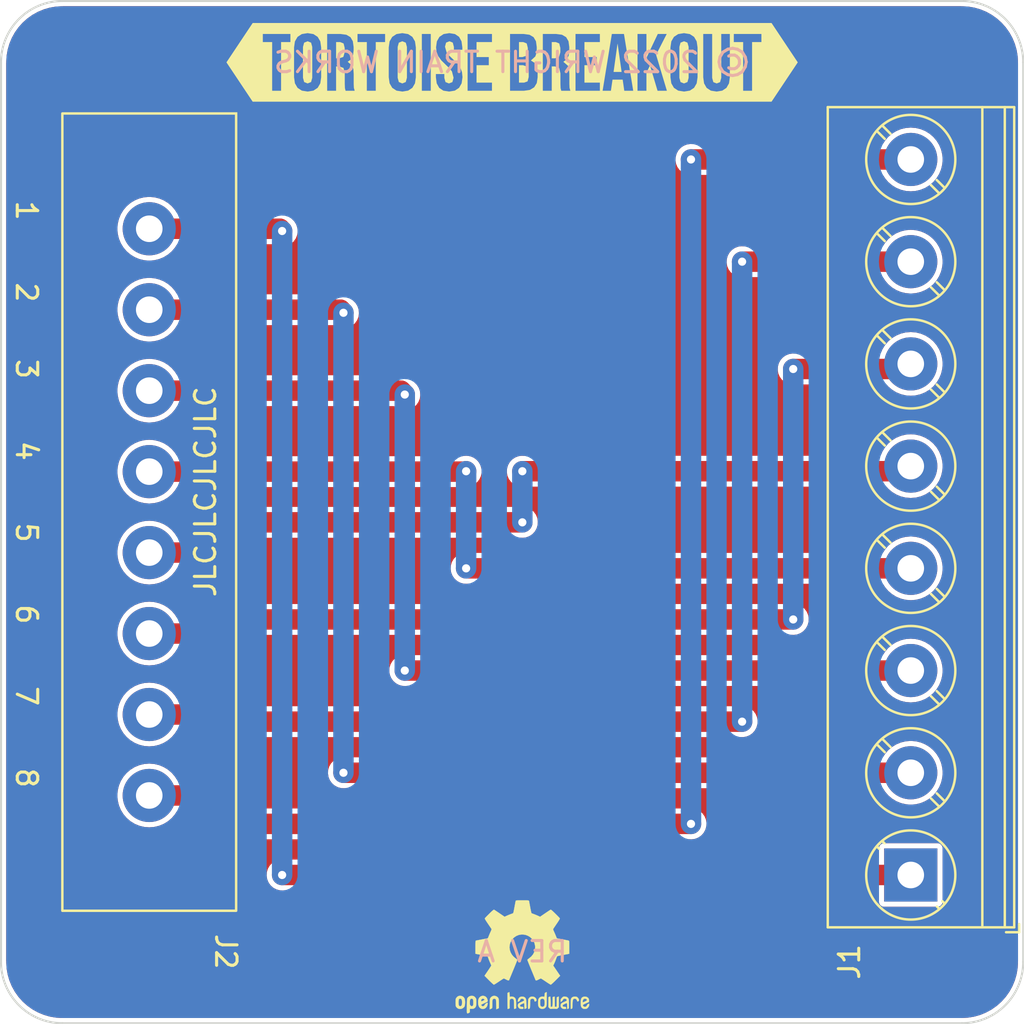
<source format=kicad_pcb>
(kicad_pcb (version 20211014) (generator pcbnew)
  (title_block (title "Tortoise Breakout Board RJ-45") (date "2022-02-12") (rev "A") (company "Wright Train Works"))
  (layers (0 "F.Cu" signal) (31 "B.Cu" signal) (34 "B.Paste" user) (35 "F.Paste" user) (36 "B.SilkS" user "B.Silkscreen") (37 "F.SilkS" user "F.Silkscreen") (38 "B.Mask" user) (39 "F.Mask" user) (44 "Edge.Cuts" user))
  (net 0 "")
  (net 1 "Net-(J1-Pad1)")
  (net 2 "Net-(J1-Pad2)")
  (net 3 "Net-(J1-Pad3)")
  (net 4 "Net-(J1-Pad4)")
  (net 5 "Net-(J1-Pad5)")
  (net 6 "Net-(J1-Pad6)")
  (net 7 "Net-(J1-Pad7)")
  (net 8 "Net-(J1-Pad8)")
  (footprint "EBM08DSXN:EBM08DSXN" (layer "F.Cu") (at 129.625 102.75 -90)
    (fp_text reference "J2" (at 21.5 -3.75 -90 unlocked) (layer "F.SilkS"))
    (fp_text value "Conn_01x08" hide)
    (fp_rect (start -19.5 -4.25) (end 19.5 4.25) (layer "F.SilkS") (width 0.12) (fill none))
    (pad "1" thru_hole circle (at -13.86 0 270) (size 2.6 2.6) (drill 1.3) (layers *.Cu *.Mask) (net 1 "Net-(J1-Pad1)"))
    (pad "2" thru_hole circle (at -9.9 0 270) (size 2.6 2.6) (drill 1.3) (layers *.Cu *.Mask) (net 2 "Net-(J1-Pad2)"))
    (pad "3" thru_hole circle (at -5.94 0 270) (size 2.6 2.6) (drill 1.3) (layers *.Cu *.Mask) (net 3 "Net-(J1-Pad3)"))
    (pad "4" thru_hole circle (at -1.98 0 270) (size 2.6 2.6) (drill 1.3) (layers *.Cu *.Mask) (net 4 "Net-(J1-Pad4)"))
    (pad "5" thru_hole circle (at 1.98 0 270) (size 2.6 2.6) (drill 1.3) (layers *.Cu *.Mask) (net 5 "Net-(J1-Pad5)"))
    (pad "6" thru_hole circle (at 5.94 0 270) (size 2.6 2.6) (drill 1.3) (layers *.Cu *.Mask) (net 6 "Net-(J1-Pad6)"))
    (pad "7" thru_hole circle (at 9.9 0 270) (size 2.6 2.6) (drill 1.3) (layers *.Cu *.Mask) (net 7 "Net-(J1-Pad7)"))
    (pad "8" thru_hole circle (at 13.86 0 270) (size 2.6 2.6) (drill 1.3) (layers *.Cu *.Mask) (net 8 "Net-(J1-Pad8)"))
  )
  (footprint "TerminalBlock_Phoenix:TerminalBlock_Phoenix_PT-1,5-8-5.0-H_1x08_P5.00mm_Horizontal" (layer "F.Cu") (at 166.875 120.5 90)
    (fp_text reference "J1" (at -4.25 -3 90) (layer "F.SilkS"))
    (fp_text value "Conn_01x08" hide)
    (fp_line (start 1.654 -1.388) (end 1.547 -1.281) (layer "F.SilkS") (width 0.12))
    (fp_line (start 8.993 1.274) (end 8.613 1.654) (layer "F.SilkS") (width 0.12))
    (fp_line (start -1.548 1.281) (end -1.654 1.388) (layer "F.SilkS") (width 0.12))
    (fp_line (start -2.56 -4.06) (end -2.56 5.06) (layer "F.SilkS") (width 0.12))
    (fp_line (start 36.388 -1.654) (end 36.008 -1.274) (layer "F.SilkS") (width 0.12))
    (fp_line (start 8.742 0.992) (end 8.347 1.388) (layer "F.SilkS") (width 0.12))
    (fp_line (start 37.56 -4.06) (end 37.56 5.06) (layer "F.SilkS") (width 0.12))
    (fp_line (start 3.742 0.992) (end 3.347 1.388) (layer "F.SilkS") (width 0.12))
    (fp_line (start 6.654 -1.388) (end 6.259 -0.992) (layer "F.SilkS") (width 0.12))
    (fp_line (start 23.993 1.274) (end 23.613 1.654) (layer "F.SilkS") (width 0.12))
    (fp_line (start -1.282 1.547) (end -1.388 1.654) (layer "F.SilkS") (width 0.12))
    (fp_line (start 11.654 -1.388) (end 11.259 -0.992) (layer "F.SilkS") (width 0.12))
    (fp_line (start 13.742 0.992) (end 13.347 1.388) (layer "F.SilkS") (width 0.12))
    (fp_line (start 33.993 1.274) (end 33.613 1.654) (layer "F.SilkS") (width 0.12))
    (fp_line (start -2.56 5.06) (end 37.56 5.06) (layer "F.SilkS") (width 0.12))
    (fp_line (start 26.388 -1.654) (end 26.008 -1.274) (layer "F.SilkS") (width 0.12))
    (fp_line (start -2.56 -4.06) (end 37.56 -4.06) (layer "F.SilkS") (width 0.12))
    (fp_line (start 21.388 -1.654) (end 21.008 -1.274) (layer "F.SilkS") (width 0.12))
    (fp_line (start 23.742 0.992) (end 23.347 1.388) (layer "F.SilkS") (width 0.12))
    (fp_line (start 16.654 -1.388) (end 16.259 -0.992) (layer "F.SilkS") (width 0.12))
    (fp_line (start -2.56 4.6) (end 37.56 4.6) (layer "F.SilkS") (width 0.12))
    (fp_line (start -2.8 5.3) (end -2.4 5.3) (layer "F.SilkS") (width 0.12))
    (fp_line (start 16.388 -1.654) (end 16.008 -1.274) (layer "F.SilkS") (width 0.12))
    (fp_line (start 1.388 -1.654) (end 1.281 -1.547) (layer "F.SilkS") (width 0.12))
    (fp_line (start 18.742 0.992) (end 18.347 1.388) (layer "F.SilkS") (width 0.12))
    (fp_line (start 26.654 -1.388) (end 26.259 -0.992) (layer "F.SilkS") (width 0.12))
    (fp_line (start 21.654 -1.388) (end 21.259 -0.992) (layer "F.SilkS") (width 0.12))
    (fp_line (start 6.388 -1.654) (end 6.008 -1.274) (layer "F.SilkS") (width 0.12))
    (fp_line (start 31.388 -1.654) (end 31.008 -1.274) (layer "F.SilkS") (width 0.12))
    (fp_line (start 13.993 1.274) (end 13.613 1.654) (layer "F.SilkS") (width 0.12))
    (fp_line (start 18.993 1.274) (end 18.613 1.654) (layer "F.SilkS") (width 0.12))
    (fp_line (start 36.654 -1.388) (end 36.259 -0.992) (layer "F.SilkS") (width 0.12))
    (fp_line (start 28.742 0.992) (end 28.347 1.388) (layer "F.SilkS") (width 0.12))
    (fp_line (start 3.993 1.274) (end 3.613 1.654) (layer "F.SilkS") (width 0.12))
    (fp_line (start 31.654 -1.388) (end 31.259 -0.992) (layer "F.SilkS") (width 0.12))
    (fp_line (start 28.993 1.274) (end 28.613 1.654) (layer "F.SilkS") (width 0.12))
    (fp_line (start 11.388 -1.654) (end 11.008 -1.274) (layer "F.SilkS") (width 0.12))
    (fp_line (start -2.56 3.5) (end 37.56 3.5) (layer "F.SilkS") (width 0.12))
    (fp_line (start 33.742 0.992) (end 33.347 1.388) (layer "F.SilkS") (width 0.12))
    (fp_line (start -2.8 4.66) (end -2.8 5.3) (layer "F.SilkS") (width 0.12))
    (fp_circle (center 10 0) (end 12.18 0) (layer "F.SilkS") (width 0.12) (fill none))
    (fp_circle (center 15 0) (end 17.18 0) (layer "F.SilkS") (width 0.12) (fill none))
    (fp_circle (center 5 0) (end 7.18 0) (layer "F.SilkS") (width 0.12) (fill none))
    (fp_circle (center 25 0) (end 27.18 0) (layer "F.SilkS") (width 0.12) (fill none))
    (fp_circle (center 0 0) (end 2.18 0) (layer "F.SilkS") (width 0.12) (fill none))
    (fp_circle (center 35 0) (end 37.18 0) (layer "F.SilkS") (width 0.12) (fill none))
    (fp_circle (center 30 0) (end 32.18 0) (layer "F.SilkS") (width 0.12) (fill none))
    (fp_circle (center 20 0) (end 22.18 0) (layer "F.SilkS") (width 0.12) (fill none))
    (pad "1" thru_hole rect (at 0 0 90) (size 2.6 2.6) (drill 1.3) (layers *.Cu *.Mask) (net 1 "Net-(J1-Pad1)"))
    (pad "2" thru_hole circle (at 5 0 90) (size 2.6 2.6) (drill 1.3) (layers *.Cu *.Mask) (net 2 "Net-(J1-Pad2)"))
    (pad "3" thru_hole circle (at 10 0 90) (size 2.6 2.6) (drill 1.3) (layers *.Cu *.Mask) (net 3 "Net-(J1-Pad3)"))
    (pad "4" thru_hole circle (at 15 0 90) (size 2.6 2.6) (drill 1.3) (layers *.Cu *.Mask) (net 4 "Net-(J1-Pad4)"))
    (pad "5" thru_hole circle (at 20 0 90) (size 2.6 2.6) (drill 1.3) (layers *.Cu *.Mask) (net 5 "Net-(J1-Pad5)"))
    (pad "6" thru_hole circle (at 25 0 90) (size 2.6 2.6) (drill 1.3) (layers *.Cu *.Mask) (net 6 "Net-(J1-Pad6)"))
    (pad "7" thru_hole circle (at 30 0 90) (size 2.6 2.6) (drill 1.3) (layers *.Cu *.Mask) (net 7 "Net-(J1-Pad7)"))
    (pad "8" thru_hole circle (at 35 0 90) (size 2.6 2.6) (drill 1.3) (layers *.Cu *.Mask) (net 8 "Net-(J1-Pad8)"))
  )
  (footprint "kibuzzard-620B5488" (layer "F.Cu") (at 147.375 80.75)
    (fp_text reference "kibuzzard-620B5488" hide)
    (fp_text value "G***" hide)
    (fp_poly (pts (xy 8.634016 0.758031) (xy 8.634016 -0.758031) (xy 8.577461 -0.963414) (xy 8.407797 -1.031875) (xy 8.238133 -0.963414) (xy 8.181578 -0.758031) (xy 8.181578 0.758031) (xy 8.238133 0.963414) (xy 8.407797 1.031875) (xy 8.577461 0.963414) (xy 8.634016 0.758031)) (layer "F.SilkS") (width 0) (fill solid))
    (fp_poly (pts (xy -9.777016 0.758031) (xy -9.777016 -0.758031) (xy -9.83357 -0.963414) (xy -10.003234 -1.031875) (xy -10.172898 -0.963414) (xy -10.229453 -0.758031) (xy -10.229453 0.758031) (xy -10.172898 0.963414) (xy -10.003234 1.031875) (xy -9.83357 0.963414) (xy -9.777016 0.758031)) (layer "F.SilkS") (width 0) (fill solid))
    (fp_poly (pts (xy -8.451453 -0.198438) (xy -8.255 -0.265906) (xy -8.189516 -0.492125) (xy -8.189516 -0.706438) (xy -8.243094 -0.924719) (xy -8.411766 -0.992188) (xy -8.610203 -0.992188) (xy -8.610203 -0.198438) (xy -8.451453 -0.198438)) (layer "F.SilkS") (width 0) (fill solid))
    (fp_poly (pts (xy 0.585391 0.992188) (xy 0.756047 0.930672) (xy 0.811609 0.718344) (xy 0.811609 0.47625) (xy 0.746125 0.212328) (xy 0.529828 0.138906) (xy 0.335359 0.138906) (xy 0.335359 0.992188) (xy 0.585391 0.992188)) (layer "F.SilkS") (width 0) (fill solid))
    (fp_poly (pts (xy 0.506016 -0.257969) (xy 0.702469 -0.325438) (xy 0.767953 -0.551656) (xy 0.767953 -0.706438) (xy 0.714375 -0.924719) (xy 0.545703 -0.992188) (xy 0.335359 -0.992188) (xy 0.335359 -0.257969) (xy 0.506016 -0.257969)) (layer "F.SilkS") (width 0) (fill solid))
    (fp_poly (pts (xy -5.145484 0.758031) (xy -5.145484 -0.758031) (xy -5.202039 -0.963414) (xy -5.371703 -1.031875) (xy -5.541367 -0.963414) (xy -5.597922 -0.758031) (xy -5.597922 0.758031) (xy -5.541367 0.963414) (xy -5.371703 1.031875) (xy -5.202039 0.963414) (xy -5.145484 0.758031)) (layer "F.SilkS") (width 0) (fill solid))
    (fp_poly (pts (xy 2.097484 -0.198438) (xy 2.293938 -0.265906) (xy 2.359422 -0.492125) (xy 2.359422 -0.706438) (xy 2.305844 -0.924719) (xy 2.137172 -0.992188) (xy 1.938734 -0.992188) (xy 1.938734 -0.198438) (xy 2.097484 -0.198438)) (layer "F.SilkS") (width 0) (fill solid))
    (fp_poly (pts (xy -12.193984 -1.924844) (xy -12.193984 -1.389063) (xy -10.844609 -1.389063) (xy -10.844609 -0.992188) (xy -11.301016 -0.992188) (xy -10.666016 0.73025) (xy -10.666016 -0.73025) (xy -10.623352 -1.025922) (xy -10.495359 -1.246188) (xy -10.287 -1.383109) (xy -10.003234 -1.42875) (xy -9.719469 -1.383109) (xy -9.511109 -1.246188) (xy -9.383117 -1.025922) (xy -9.340453 -0.73025) (xy -9.340453 0.73025) (xy -9.383117 1.025922) (xy -9.511109 1.246188) (xy -9.719469 1.383109) (xy -10.003234 1.42875) (xy -10.287 1.383109) (xy -10.495359 1.246188) (xy -10.623352 1.025922) (xy -10.666016 0.73025) (xy -11.301016 -0.992188) (xy -11.301016 1.389063) (xy -11.737578 1.389063) (xy -11.737578 -0.992188) (xy -12.193984 -0.992188) (xy -12.193984 -1.389063) (xy -12.193984 -1.924844) (xy -12.690078 -1.924844) (xy -13.973307 0) (xy -12.690078 1.924844) (xy -12.193984 1.924844) (xy 12.193984 1.924844) (xy 5.923359 1.389063) (xy 5.486797 1.389063) (xy 5.407422 0.837406) (xy 5.407422 0.845344) (xy 4.911328 0.845344) (xy 4.831953 1.389063) (xy 4.427141 1.389063) (xy 4.879578 -1.389063) (xy 5.470922 -1.389063) (xy 5.923359 1.389063) (xy 12.193984 1.924844) (xy 12.690078 1.924844) (xy 7.570391 1.389063) (xy 7.113984 1.389063) (xy 6.744891 0.150813) (xy 6.570266 0.504031) (xy 6.570266 1.389063) (xy 6.133703 1.389063) (xy 6.133703 -1.389063) (xy 6.570266 -1.389063) (xy 6.570266 -0.218281) (xy 7.125891 -1.389063) (xy 7.562453 -1.389063) (xy 7.042547 -0.369094) (xy 7.745016 0.73025) (xy 7.745016 -0.73025) (xy 7.78768 -1.025922) (xy 7.915672 -1.246188) (xy 8.124031 -1.383109) (xy 8.407797 -1.42875) (xy 8.691563 -1.383109) (xy 8.899922 -1.246188) (xy 9.027914 -1.025922) (xy 9.070578 -0.73025) (xy 9.348391 0.73025) (xy 9.348391 -1.389063) (xy 9.784953 -1.389063) (xy 9.784953 0.762) (xy 9.8425 0.968375) (xy 10.007203 1.031875) (xy 10.171906 0.968375) (xy 10.229453 0.762) (xy 10.229453 -1.389063) (xy 10.650141 -1.389063) (xy 10.650141 0.73025) (xy 10.608469 1.028402) (xy 10.483453 1.248172) (xy 10.279063 1.383605) (xy 9.999266 1.42875) (xy 9.719469 1.383605) (xy 9.515078 1.248172) (xy 9.390063 1.028402) (xy 9.348391 0.73025) (xy 9.070578 -0.73025) (xy 9.070578 0.73025) (xy 9.027914 1.025922) (xy 8.899922 1.246188) (xy 8.691563 1.383109) (xy 8.407797 1.42875) (xy 8.124031 1.383109) (xy 7.915672 1.246188) (xy 7.78768 1.025922) (xy 7.745016 0.73025) (xy 7.042547 -0.369094) (xy 7.570391 1.389063) (xy 12.690078 1.924844) (xy 13.973307 0) (xy 11.737578 -0.992188) (xy 11.737578 1.389063) (xy 11.301016 1.389063) (xy 11.301016 -0.992188) (xy 10.844609 -0.992188) (xy 10.844609 -1.389063) (xy 12.193984 -1.389063) (xy 12.193984 -0.992188) (xy 11.737578 -0.992188) (xy 13.973307 0) (xy 12.690078 -1.924844) (xy -9.046766 -1.389063) (xy -8.399859 -1.389063) (xy -8.108156 -1.349871) (xy -7.907734 -1.232297) (xy -7.791648 -1.033363) (xy -7.562453 -0.992188) (xy -7.562453 -1.389063) (xy -6.213078 -1.389063) (xy -6.213078 -0.992188) (xy -6.669484 -0.992188) (xy -6.034484 0.73025) (xy -6.034484 -0.73025) (xy -5.99182 -1.025922) (xy -5.863828 -1.246188) (xy -5.655469 -1.383109) (xy -5.371703 -1.42875) (xy -4.415234 -1.389063) (xy -3.978672 -1.389063) (xy -3.728641 0.73025) (xy -3.728641 0.5715) (xy -3.315891 0.5715) (xy -3.315891 0.762) (xy -3.259336 0.964406) (xy -3.089672 1.031875) (xy -2.921 0.966391) (xy -2.863453 0.754063) (xy -2.942828 0.446484) (xy -3.055938 0.300137) (xy -3.236516 0.127) (xy -3.465711 -0.099715) (xy -3.613547 -0.303609) (xy -3.693914 -0.508496) (xy -3.720703 -0.738188) (xy -3.679031 -1.030387) (xy -3.554016 -1.248172) (xy -3.349625 -1.383605) (xy -3.069828 -1.42875) (xy -2.794496 -1.383605) (xy -2.595563 -1.248172) (xy -2.475012 -1.028402) (xy -2.176859 -1.389063) (xy -0.986234 -1.389063) (xy -0.101203 -1.389063) (xy 0.557609 -1.389063) (xy 0.849313 -1.349871) (xy 1.049734 -1.232297) (xy 1.502172 -1.389063) (xy 2.149078 -1.389063) (xy 2.440781 -1.349871) (xy 3.101578 -1.389063) (xy 4.292203 -1.389063) (xy 4.292203 -0.992188) (xy 3.538141 -0.992188) (xy 3.538141 -0.257969) (xy 4.137422 -0.257969) (xy 4.137422 0.138906) (xy 3.538141 0.138906) (xy 3.538141 0.992188) (xy 4.292203 0.992188) (xy 4.292203 1.389063) (xy 3.101578 1.389063) (xy 3.101578 -1.389063) (xy 2.440781 -1.349871) (xy 2.641203 -1.232297) (xy 2.757289 -1.033363) (xy 2.795984 -0.750094) (xy 2.795984 -0.579438) (xy 2.764234 -0.326319) (xy 2.668984 -0.143757) (xy 2.510234 -0.03175) (xy 2.510234 -0.023813) (xy 2.734469 0.170656) (xy 2.783582 0.342305) (xy 2.799953 0.563563) (xy 2.799953 1.051719) (xy 2.807891 1.244203) (xy 2.847578 1.389063) (xy 2.403078 1.389063) (xy 2.371328 1.262063) (xy 2.363391 1.04775) (xy 2.363391 0.53975) (xy 2.301875 0.273844) (xy 2.089547 0.198438) (xy 1.938734 0.198438) (xy 1.938734 1.389063) (xy 1.502172 1.389063) (xy 1.502172 -1.389063) (xy 1.049734 -1.232297) (xy 1.16582 -1.033363) (xy 1.204516 -0.750094) (xy 1.204516 -0.638969) (xy 1.187152 -0.4445) (xy 1.135063 -0.289719) (xy 0.922734 -0.09525) (xy 0.922734 -0.087313) (xy 1.103533 0.026458) (xy 1.212012 0.219604) (xy 1.248172 0.492125) (xy 1.248172 0.73025) (xy 1.206004 1.01352) (xy 1.0795 1.220391) (xy 0.871637 1.346895) (xy 0.585391 1.389063) (xy -0.101203 1.389063) (xy -0.101203 -1.389063) (xy -0.986234 -1.389063) (xy -0.986234 -0.992188) (xy -1.740297 -0.992188) (xy -1.740297 -0.257969) (xy -1.141016 -0.257969) (xy -1.141016 0.138906) (xy -1.740297 0.138906) (xy -1.740297 0.992188) (xy -0.986234 0.992188) (xy -0.986234 1.389063) (xy -2.176859 1.389063) (xy -2.176859 -1.389063) (xy -2.475012 -1.028402) (xy -2.434828 -0.73025) (xy -2.434828 -0.615156) (xy -2.847578 -0.615156) (xy -2.847578 -0.758031) (xy -2.903141 -0.966391) (xy -3.065859 -1.031875) (xy -3.22957 -0.965398) (xy -3.284141 -0.765969) (xy -3.202781 -0.484188) (xy -3.088184 -0.339328) (xy -2.907109 -0.166688) (xy -2.67593 0.060523) (xy -2.530078 0.265906) (xy -2.452688 0.477242) (xy -2.426891 0.722313) (xy -2.469059 1.023938) (xy -2.595563 1.246188) (xy -2.802434 1.383109) (xy -3.085703 1.42875) (xy -3.364508 1.383605) (xy -3.565922 1.248172) (xy -3.687961 1.028402) (xy -3.728641 0.73025) (xy -3.978672 -1.389063) (xy -3.978672 1.389063) (xy -4.415234 1.389063) (xy -4.415234 -1.389063) (xy -5.371703 -1.42875) (xy -5.087938 -1.383109) (xy -4.879578 -1.246188) (xy -4.751586 -1.025922) (xy -4.708922 -0.73025) (xy -4.708922 0.73025) (xy -4.751586 1.025922) (xy -4.879578 1.246188) (xy -5.087938 1.383109) (xy -5.371703 1.42875) (xy -5.655469 1.383109) (xy -5.863828 1.246188) (xy -5.99182 1.025922) (xy -6.034484 0.73025) (xy -6.669484 -0.992188) (xy -6.669484 1.389063) (xy -7.106047 1.389063) (xy -7.106047 -0.992188) (xy -7.562453 -0.992188) (xy -7.791648 -1.033363) (xy -7.752953 -0.750094) (xy -7.752953 -0.579438) (xy -7.784703 -0.326319) (xy -7.879953 -0.143757) (xy -8.038703 -0.03175) (xy -8.038703 -0.023813) (xy -7.814469 0.170656) (xy -7.765355 0.342305) (xy -7.748984 0.563563) (xy -7.748984 1.051719) (xy -7.741047 1.244203) (xy -7.701359 1.389063) (xy -8.145859 1.389063) (xy -8.177609 1.262063) (xy -8.185547 1.04775) (xy -8.185547 0.53975) (xy -8.247063 0.273844) (xy -8.459391 0.198438) (xy -8.610203 0.198438) (xy -8.610203 1.389063) (xy -9.046766 1.389063) (xy -9.046766 -1.389063) (xy 12.690078 -1.924844) (xy 12.193984 -1.924844) (xy -12.193984 -1.924844)) (layer "F.SilkS") (width 0) (fill solid))
    (fp_poly (pts (xy 5.355828 0.468313) (xy 5.161359 -0.904875) (xy 5.153422 -0.904875) (xy 4.962922 0.468313) (xy 5.355828 0.468313)) (layer "F.SilkS") (width 0) (fill solid))
  )
  (footprint "Symbol:OSHW-Logo2_7.3x6mm_SilkScreen" (layer "F.Cu") (at 147.875 124.5)
    (fp_text reference "REF**" hide)
    (fp_text value "OSHW-Logo2_7.3x6mm_SilkScreen" hide)
    (fp_poly (pts (xy -1.831697 1.931239) (xy -1.774473 1.969735) (xy -1.730251 2.025335) (xy -1.703833 2.096086) (xy -1.69849 2.148162) (xy -1.699097 2.169893) (xy -1.704178 2.186531) (xy -1.718145 2.201437) (xy -1.745411 2.217973) (xy -1.790388 2.239498) (xy -1.857489 2.269374) (xy -1.857829 2.269524) (xy -1.919593 2.297813) (xy -1.970241 2.322933) (xy -2.004596 2.342179) (xy -2.017482 2.352848) (xy -2.017486 2.352934) (xy -2.006128 2.376166) (xy -1.979569 2.401774) (xy -1.949077 2.420221) (xy -1.93363 2.423886) (xy -1.891485 2.411212) (xy -1.855192 2.379471) (xy -1.837483 2.344572) (xy -1.820448 2.318845) (xy -1.787078 2.289546) (xy -1.747851 2.264235) (xy -1.713244 2.250471) (xy -1.706007 2.249714) (xy -1.697861 2.26216) (xy -1.69737 2.293972) (xy -1.703357 2.336866) (xy -1.714643 2.382558) (xy -1.73005 2.422761) (xy -1.730829 2.424322) (xy -1.777196 2.489062) (xy -1.837289 2.533097) (xy -1.905535 2.554711) (xy -1.976362 2.552185) (xy -2.044196 2.523804) (xy -2.047212 2.521808) (xy -2.100573 2.473448) (xy -2.13566 2.410352) (xy -2.155078 2.327387) (xy -2.157684 2.304078) (xy -2.162299 2.194055) (xy -2.156767 2.142748) (xy -2.017486 2.142748) (xy -2.015676 2.174753) (xy -2.005778 2.184093) (xy -1.981102 2.177105) (xy -1.942205 2.160587) (xy -1.898725 2.139881) (xy -1.897644 2.139333) (xy -1.860791 2.119949) (xy -1.846 2.107013) (xy -1.849647 2.093451) (xy -1.865005 2.075632) (xy -1.904077 2.049845) (xy -1.946154 2.04795) (xy -1.983897 2.066717) (xy -2.009966 2.102915) (xy -2.017486 2.142748) (xy -2.156767 2.142748) (xy -2.152806 2.106027) (xy -2.12845 2.036212) (xy -2.094544 1.987302) (xy -2.033347 1.937878) (xy -1.965937 1.913359) (xy -1.89712 1.911797) (xy -1.831697 1.931239)) (layer "F.SilkS") (width 0.01) (fill solid))
    (fp_poly (pts (xy -0.624114 1.851289) (xy -0.619861 1.910613) (xy -0.614975 1.945572) (xy -0.608205 1.96082) (xy -0.598298 1.961015) (xy -0.595086 1.959195) (xy -0.552356 1.946015) (xy -0.496773 1.946785) (xy -0.440263 1.960333) (xy -0.404918 1.977861) (xy -0.368679 2.005861) (xy -0.342187 2.037549) (xy -0.324001 2.077813) (xy -0.312678 2.131543) (xy -0.306778 2.203626) (xy -0.304857 2.298951) (xy -0.304823 2.317237) (xy -0.3048 2.522646) (xy -0.350509 2.53858) (xy -0.382973 2.54942) (xy -0.400785 2.554468) (xy -0.401309 2.554514) (xy -0.403063 2.540828) (xy -0.404556 2.503076) (xy -0.405674 2.446224) (xy -0.406303 2.375234) (xy -0.4064 2.332073) (xy -0.406602 2.246973) (xy -0.407642 2.185981) (xy -0.410169 2.144177) (xy -0.414836 2.116642) (xy -0.422293 2.098456) (xy -0.433189 2.084698) (xy -0.439993 2.078073) (xy -0.486728 2.051375) (xy -0.537728 2.049375) (xy -0.583999 2.071955) (xy -0.592556 2.080107) (xy -0.605107 2.095436) (xy -0.613812 2.113618) (xy -0.619369 2.139909) (xy -0.622474 2.179562) (xy -0.623824 2.237832) (xy -0.624114 2.318173) (xy -0.624114 2.522646) (xy -0.669823 2.53858) (xy -0.702287 2.54942) (xy -0.720099 2.554468) (xy -0.720623 2.554514) (xy -0.721963 2.540623) (xy -0.723172 2.501439) (xy -0.724199 2.4407) (xy -0.724998 2.362141) (xy -0.725519 2.269498) (xy -0.725714 2.166509) (xy -0.725714 1.769342) (xy -0.678543 1.749444) (xy -0.631371 1.729547) (xy -0.624114 1.851289)) (layer "F.SilkS") (width 0.01) (fill solid))
    (fp_poly (pts (xy -1.283907 1.92778) (xy -1.237328 1.954723) (xy -1.204943 1.981466) (xy -1.181258 2.009484) (xy -1.164941 2.043748) (xy -1.154661 2.089227) (xy -1.149086 2.150892) (xy -1.146884 2.233711) (xy -1.146629 2.293246) (xy -1.146629 2.512391) (xy -1.208314 2.540044) (xy -1.27 2.567697) (xy -1.277257 2.32767) (xy -1.280256 2.238028) (xy -1.283402 2.172962) (xy -1.287299 2.128026) (xy -1.292553 2.09877) (xy -1.299769 2.080748) (xy -1.30955 2.069511) (xy -1.312688 2.067079) (xy -1.360239 2.048083) (xy -1.408303 2.0556) (xy -1.436914 2.075543) (xy -1.448553 2.089675) (xy -1.456609 2.10822) (xy -1.461729 2.136334) (xy -1.464559 2.179173) (xy -1.465744 2.241895) (xy -1.465943 2.307261) (xy -1.465982 2.389268) (xy -1.467386 2.447316) (xy -1.472086 2.486465) (xy -1.482013 2.51178) (xy -1.499097 2.528323) (xy -1.525268 2.541156) (xy -1.560225 2.554491) (xy -1.598404 2.569007) (xy -1.593859 2.311389) (xy -1.592029 2.218519) (xy -1.589888 2.149889) (xy -1.586819 2.100711) (xy -1.582206 2.066198) (xy -1.575432 2.041562) (xy -1.565881 2.022016) (xy -1.554366 2.00477) (xy -1.49881 1.94968) (xy -1.43102 1.917822) (xy -1.357287 1.910191) (xy -1.283907 1.92778)) (layer "F.SilkS") (width 0.01) (fill solid))
    (fp_poly (pts (xy 3.153595 1.966966) (xy 3.211021 2.004497) (xy 3.238719 2.038096) (xy 3.260662 2.099064) (xy 3.262405 2.147308) (xy 3.258457 2.211816) (xy 3.109686 2.276934) (xy 3.037349 2.310202) (xy 2.990084 2.336964) (xy 2.965507 2.360144) (xy 2.961237 2.382667) (xy 2.974889 2.407455) (xy 2.989943 2.423886) (xy 3.033746 2.450235) (xy 3.081389 2.452081) (xy 3.125145 2.431546) (xy 3.157289 2.390752) (xy 3.163038 2.376347) (xy 3.190576 2.331356) (xy 3.222258 2.312182) (xy 3.265714 2.295779) (xy 3.265714 2.357966) (xy 3.261872 2.400283) (xy 3.246823 2.435969) (xy 3.21528 2.476943) (xy 3.210592 2.482267) (xy 3.175506 2.51872) (xy 3.145347 2.538283) (xy 3.107615 2.547283) (xy 3.076335 2.55023) (xy 3.020385 2.550965) (xy 2.980555 2.54166) (xy 2.955708 2.527846) (xy 2.916656 2.497467) (xy 2.889625 2.464613) (xy 2.872517 2.423294) (xy 2.863238 2.367521) (xy 2.859693 2.291305) (xy 2.85941 2.252622) (xy 2.860372 2.206247) (xy 2.948007 2.206247) (xy 2.949023 2.231126) (xy 2.951556 2.2352) (xy 2.968274 2.229665) (xy 3.004249 2.215017) (xy 3.052331 2.19419) (xy 3.062386 2.189714) (xy 3.123152 2.158814) (xy 3.156632 2.131657) (xy 3.16399 2.10622) (xy 3.146391 2.080481) (xy 3.131856 2.069109) (xy 3.07941 2.046364) (xy 3.030322 2.050122) (xy 2.989227 2.077884) (xy 2.960758 2.127152) (xy 2.951631 2.166257) (xy 2.948007 2.206247) (xy 2.860372 2.206247) (xy 2.861285 2.162249) (xy 2.868196 2.095384) (xy 2.881884 2.046695) (xy 2.904096 2.010849) (xy 2.936574 1.982513) (xy 2.950733 1.973355) (xy 3.015053 1.949507) (xy 3.085473 1.948006) (xy 3.153595 1.966966)) (layer "F.SilkS") (width 0.01) (fill solid))
    (fp_poly (pts (xy 1.190117 2.065358) (xy 1.189933 2.173837) (xy 1.189219 2.257287) (xy 1.187675 2.319704) (xy 1.185001 2.365085) (xy 1.180894 2.397429) (xy 1.175055 2.420733) (xy 1.167182 2.438995) (xy 1.161221 2.449418) (xy 1.111855 2.505945) (xy 1.049264 2.541377) (xy 0.980013 2.55409) (xy 0.910668 2.542463) (xy 0.869375 2.521568) (xy 0.826025 2.485422) (xy 0.796481 2.441276) (xy 0.778655 2.383462) (xy 0.770463 2.306313) (xy 0.769302 2.249714) (xy 0.769458 2.245647) (xy 0.870857 2.245647) (xy 0.871476 2.31055) (xy 0.874314 2.353514) (xy 0.88084 2.381622) (xy 0.892523 2.401953) (xy 0.906483 2.417288) (xy 0.953365 2.44689) (xy 1.003701 2.449419) (xy 1.051276 2.424705) (xy 1.054979 2.421356) (xy 1.070783 2.403935) (xy 1.080693 2.383209) (xy 1.086058 2.352362) (xy 1.088228 2.304577) (xy 1.088571 2.251748) (xy 1.087827 2.185381) (xy 1.084748 2.141106) (xy 1.078061 2.112009) (xy 1.066496 2.091173) (xy 1.057013 2.080107) (xy 1.01296 2.052198) (xy 0.962224 2.048843) (xy 0.913796 2.070159) (xy 0.90445 2.078073) (xy 0.88854 2.095647) (xy 0.87861 2.116587) (xy 0.873278 2.147782) (xy 0.871163 2.196122) (xy 0.870857 2.245647) (xy 0.769458 2.245647) (xy 0.77281 2.158568) (xy 0.784726 2.090086) (xy 0.807135 2.0386) (xy 0.842124 1.998443) (xy 0.869375 1.977861) (xy 0.918907 1.955625) (xy 0.976316 1.945304) (xy 1.029682 1.948067) (xy 1.059543 1.959212) (xy 1.071261 1.962383) (xy 1.079037 1.950557) (xy 1.084465 1.918866) (xy 1.088571 1.870593) (xy 1.093067 1.816829) (xy 1.099313 1.784482) (xy 1.110676 1.765985) (xy 1.130528 1.75377) (xy 1.143 1.748362) (xy 1.190171 1.728601) (xy 1.190117 2.065358)) (layer "F.SilkS") (width 0.01) (fill solid))
    (fp_poly (pts (xy 0.10391 -2.757652) (xy 0.182454 -2.757222) (xy 0.239298 -2.756058) (xy 0.278105 -2.753793) (xy 0.302538 -2.75006) (xy 0.316262 -2.744494) (xy 0.32294 -2.736727) (xy 0.326236 -2.726395) (xy 0.326556 -2.725057) (xy 0.331562 -2.700921) (xy 0.340829 -2.653299) (xy 0.353392 -2.587259) (xy 0.368287 -2.507872) (xy 0.384551 -2.420204) (xy 0.385119 -2.417125) (xy 0.40141 -2.331211) (xy 0.416652 -2.255304) (xy 0.429861 -2.193955) (xy 0.440054 -2.151718) (xy 0.446248 -2.133145) (xy 0.446543 -2.132816) (xy 0.464788 -2.123747) (xy 0.502405 -2.108633) (xy 0.551271 -2.090738) (xy 0.551543 -2.090642) (xy 0.613093 -2.067507) (xy 0.685657 -2.038035) (xy 0.754057 -2.008403) (xy 0.757294 -2.006938) (xy 0.868702 -1.956374) (xy 1.115399 -2.12484) (xy 1.191077 -2.176197) (xy 1.259631 -2.222111) (xy 1.317088 -2.25997) (xy 1.359476 -2.287163) (xy 1.382825 -2.301079) (xy 1.385042 -2.302111) (xy 1.40201 -2.297516) (xy 1.433701 -2.275345) (xy 1.481352 -2.234553) (xy 1.546198 -2.174095) (xy 1.612397 -2.109773) (xy 1.676214 -2.046388) (xy 1.733329 -1.988549) (xy 1.780305 -1.939825) (xy 1.813703 -1.90379) (xy 1.830085 -1.884016) (xy 1.830694 -1.882998) (xy 1.832505 -1.869428) (xy 1.825683 -1.847267) (xy 1.80854 -1.813522) (xy 1.779393 -1.7652) (xy 1.736555 -1.699308) (xy 1.679448 -1.614483) (xy 1.628766 -1.539823) (xy 1.583461 -1.47286) (xy 1.54615 -1.417484) (xy 1.519452 -1.37758) (xy 1.505985 -1.357038) (xy 1.505137 -1.355644) (xy 1.506781 -1.335962) (xy 1.519245 -1.297707) (xy 1.540048 -1.248111) (xy 1.547462 -1.232272) (xy 1.579814 -1.16171) (xy 1.614328 -1.081647) (xy 1.642365 -1.012371) (xy 1.662568 -0.960955) (xy 1.678615 -0.921881) (xy 1.687888 -0.901459) (xy 1.689041 -0.899886) (xy 1.706096 -0.897279) (xy 1.746298 -0.890137) (xy 1.804302 -0.879477) (xy 1.874763 -0.866315) (xy 1.952335 -0.851667) (xy 2.031672 -0.836551) (xy 2.107431 -0.821982) (xy 2.174264 -0.808978) (xy 2.226828 -0.798555) (xy 2.259776 -0.79173) (xy 2.267857 -0.789801) (xy 2.276205 -0.785038) (xy 2.282506 -0.774282) (xy 2.287045 -0.753902) (xy 2.290104 -0.720266) (xy 2.291967 -0.669745) (xy 2.292918 -0.598708) (xy 2.29324 -0.503524) (xy 2.293257 -0.464508) (xy 2.293257 -0.147201) (xy 2.217057 -0.132161) (xy 2.174663 -0.124005) (xy 2.1114 -0.112101) (xy 2.034962 -0.097884) (xy 1.953043 -0.08279) (xy 1.9304 -0.078645) (xy 1.854806 -0.063947) (xy 1.788953 -0.049495) (xy 1.738366 -0.036625) (xy 1.708574 -0.026678) (xy 1.703612 -0.023713) (xy 1.691426 -0.002717) (xy 1.673953 0.037967) (xy 1.654577 0.090322) (xy 1.650734 0.1016) (xy 1.625339 0.171523) (xy 1.593817 0.250418) (xy 1.562969 0.321266) (xy 1.562817 0.321595) (xy 1.511447 0.432733) (xy 1.680399 0.681253) (xy 1.849352 0.929772) (xy 1.632429 1.147058) (xy 1.566819 1.211726) (xy 1.506979 1.268733) (xy 1.456267 1.315033) (xy 1.418046 1.347584) (xy 1.395675 1.363343) (xy 1.392466 1.364343) (xy 1.373626 1.356469) (xy 1.33518 1.334578) (xy 1.28133 1.301267) (xy 1.216276 1.259131) (xy 1.14594 1.211943) (xy 1.074555 1.16381) (xy 1.010908 1.121928) (xy 0.959041 1.088871) (xy 0.922995 1.067218) (xy 0.906867 1.059543) (xy 0.887189 1.066037) (xy 0.849875 1.08315) (xy 0.802621 1.107326) (xy 0.797612 1.110013) (xy 0.733977 1.141927) (xy 0.690341 1.157579) (xy 0.663202 1.157745) (xy 0.649057 1.143204) (xy 0.648975 1.143) (xy 0.641905 1.125779) (xy 0.625042 1.084899) (xy 0.599695 1.023525) (xy 0.567171 0.944819) (xy 0.528778 0.851947) (xy 0.485822 0.748072) (xy 0.444222 0.647502) (xy 0.398504 0.536516) (xy 0.356526 0.433703) (xy 0.319548 0.342215) (xy 0.288827 0.265201) (xy 0.265622 0.205815) (xy 0.25119 0.167209) (xy 0.246743 0.1528) (xy 0.257896 0.136272) (xy 0.287069 0.10993) (xy 0.325971 0.080887) (xy 0.436757 -0.010961) (xy 0.523351 -0.116241) (xy 0.584716 -0.232734) (xy 0.619815 -0.358224) (xy 0.627608 -0.490493) (xy 0.621943 -0.551543) (xy 0.591078 -0.678205) (xy 0.53792 -0.790059) (xy 0.465767 -0.885999) (xy 0.377917 -0.964924) (xy 0.277665 -1.02573) (xy 0.16831 -1.067313) (xy 0.053147 -1.088572) (xy -0.064525 -1.088401) (xy -0.18141 -1.065699) (xy -0.294211 -1.019362) (xy -0.399631 -0.948287) (xy -0.443632 -0.908089) (xy -0.528021 -0.804871) (xy -0.586778 -0.692075) (xy -0.620296 -0.57299) (xy -0.628965 -0.450905) (xy -0.613177 -0.329107) (xy -0.573322 -0.210884) (xy -0.509793 -0.099525) (xy -0.422979 0.001684) (xy -0.325971 0.080887) (xy -0.285563 0.111162) (xy -0.257018 0.137219) (xy -0.246743 0.152825) (xy -0.252123 0.169843) (xy -0.267425 0.2105) (xy -0.291388 0.271642) (xy -0.322756 0.350119) (xy -0.360268 0.44278) (xy -0.402667 0.546472) (xy -0.444337 0.647526) (xy -0.49031 0.758607) (xy -0.532893 0.861541) (xy -0.570779 0.953165) (xy -0.60266 1.030316) (xy -0.627229 1.089831) (xy -0.64318 1.128544) (xy -0.64909 1.143) (xy -0.663052 1.157685) (xy -0.69006 1.157642) (xy -0.733587 1.142099) (xy -0.79711 1.110284) (xy -0.797612 1.110013) (xy -0.84544 1.085323) (xy -0.884103 1.067338) (xy -0.905905 1.059614) (xy -0.906867 1.059543) (xy -0.923279 1.067378) (xy -0.959513 1.089165) (xy -1.011526 1.122328) (xy -1.075275 1.164291) (xy -1.14594 1.211943) (xy -1.217884 1.260191) (xy -1.282726 1.302151) (xy -1.336265 1.335227) (xy -1.374303 1.356821) (xy -1.392467 1.364343) (xy -1.409192 1.354457) (xy -1.44282 1.326826) (xy -1.48999 1.284495) (xy -1.547342 1.230505) (xy -1.611516 1.167899) (xy -1.632503 1.146983) (xy -1.849501 0.929623) (xy -1.684332 0.68722) (xy -1.634136 0.612781) (xy -1.590081 0.545972) (xy -1.554638 0.490665) (xy -1.530281 0.450729) (xy -1.519478 0.430036) (xy -1.519162 0.428563) (xy -1.524857 0.409058) (xy -1.540174 0.369822) (xy -1.562463 0.31743) (xy -1.578107 0.282355) (xy -1.607359 0.215201) (xy -1.634906 0.147358) (xy -1.656263 0.090034) (xy -1.662065 0.072572) (xy -1.678548 0.025938) (xy -1.69466 -0.010095) (xy -1.70351 -0.023713) (xy -1.72304 -0.032048) (xy -1.765666 -0.043863) (xy -1.825855 -0.057819) (xy -1.898078 -0.072578) (xy -1.9304 -0.078645) (xy -2.012478 -0.093727) (xy -2.091205 -0.108331) (xy -2.158891 -0.12102) (xy -2.20784 -0.130358) (xy -2.217057 -0.132161) (xy -2.293257 -0.147201) (xy -2.293257 -0.464508) (xy -2.293086 -0.568846) (xy -2.292384 -0.647787) (xy -2.290866 -0.704962) (xy -2.288251 -0.744001) (xy -2.284254 -0.768535) (xy -2.278591 -0.782195) (xy -2.27098 -0.788611) (xy -2.267857 -0.789801) (xy -2.249022 -0.79402) (xy -2.207412 -0.802438) (xy -2.14837 -0.814039) (xy -2.077243 -0.827805) (xy -1.999375 -0.84272) (xy -1.920113 -0.857768) (xy -1.844802 -0.871931) (xy -1.778787 -0.884194) (xy -1.727413 -0.893539) (xy -1.696025 -0.89895) (xy -1.689041 -0.899886) (xy -1.682715 -0.912404) (xy -1.66871 -0.945754) (xy -1.649645 -0.993623) (xy -1.642366 -1.012371) (xy -1.613004 -1.084805) (xy -1.578429 -1.16483) (xy -1.547463 -1.232272) (xy -1.524677 -1.283841) (xy -1.509518 -1.326215) (xy -1.504458 -1.352166) (xy -1.505264 -1.355644) (xy -1.515959 -1.372064) (xy -1.54038 -1.408583) (xy -1.575905 -1.461313) (xy -1.619913 -1.526365) (xy -1.669783 -1.599849) (xy -1.679644 -1.614355) (xy -1.737508 -1.700296) (xy -1.780044 -1.765739) (xy -1.808946 -1.813696) (xy -1.82591 -1.84718) (xy -1.832633 -1.869205) (xy -1.83081 -1.882783) (xy -1.830764 -1.882869) (xy -1.816414 -1.900703) (xy -1.784677 -1.935183) (xy -1.73899 -1.982732) (xy -1.682796 -2.039778) (xy -1.619532 -2.102745) (xy -1.612398 -2.109773) (xy -1.53267 -2.18698) (xy -1.471143 -2.24367) (xy -1.426579 -2.28089) (xy -1.397743 -2.299685) (xy -1.385042 -2.302111) (xy -1.366506 -2.291529) (xy -1.328039 -2.267084) (xy -1.273614 -2.231388) (xy -1.207202 -2.187053) (xy -1.132775 -2.136689) (xy -1.115399 -2.12484) (xy -0.868703 -1.956374) (xy -0.757294 -2.006938) (xy -0.689543 -2.036405) (xy -0.616817 -2.066041) (xy -0.554297 -2.08967) (xy -0.551543 -2.090642) (xy -0.50264 -2.108543) (xy -0.464943 -2.12368) (xy -0.446575 -2.13279) (xy -0.446544 -2.132816) (xy -0.440715 -2.149283) (xy -0.430808 -2.189781) (xy -0.417805 -2.249758) (xy -0.402691 -2.32466) (xy -0.386448 -2.409936) (xy -0.385119 -2.417125) (xy -0.368825 -2.504986) (xy -0.353867 -2.58474) (xy -0.341209 -2.651319) (xy -0.331814 -2.699653) (xy -0.326646 -2.724675) (xy -0.326556 -2.725057) (xy -0.323411 -2.735701) (xy -0.317296 -2.743738) (xy -0.304547 -2.749533) (xy -0.2815 -2.753453) (xy -0.244491 -2.755865) (xy -0.189856 -2.757135) (xy -0.113933 -2.757629) (xy -0.013056 -2.757714) (xy 0 -2.757714) (xy 0.10391 -2.757652)) (layer "F.SilkS") (width 0.01) (fill solid))
    (fp_poly (pts (xy 2.144876 1.956335) (xy 2.186667 1.975344) (xy 2.219469 1.998378) (xy 2.243503 2.024133) (xy 2.260097 2.057358) (xy 2.270577 2.1028) (xy 2.276271 2.165207) (xy 2.278507 2.249327) (xy 2.278743 2.304721) (xy 2.278743 2.520826) (xy 2.241774 2.53767) (xy 2.212656 2.549981) (xy 2.198231 2.554514) (xy 2.195472 2.541025) (xy 2.193282 2.504653) (xy 2.191942 2.451542) (xy 2.191657 2.409372) (xy 2.190434 2.348447) (xy 2.187136 2.300115) (xy 2.182321 2.270518) (xy 2.178496 2.264229) (xy 2.152783 2.270652) (xy 2.112418 2.287125) (xy 2.065679 2.309458) (xy 2.020845 2.333457) (xy 1.986193 2.35493) (xy 1.970002 2.369685) (xy 1.969938 2.369845) (xy 1.97133 2.397152) (xy 1.983818 2.423219) (xy 2.005743 2.444392) (xy 2.037743 2.451474) (xy 2.065092 2.450649) (xy 2.103826 2.450042) (xy 2.124158 2.459116) (xy 2.136369 2.483092) (xy 2.137909 2.487613) (xy 2.143203 2.521806) (xy 2.129047 2.542568) (xy 2.092148 2.552462) (xy 2.052289 2.554292) (xy 1.980562 2.540727) (xy 1.943432 2.521355) (xy 1.897576 2.475845) (xy 1.873256 2.419983) (xy 1.871073 2.360957) (xy 1.891629 2.305953) (xy 1.922549 2.271486) (xy 1.95342 2.252189) (xy 2.001942 2.227759) (xy 2.058485 2.202985) (xy 2.06791 2.199199) (xy 2.130019 2.171791) (xy 2.165822 2.147634) (xy 2.177337 2.123619) (xy 2.16658 2.096635) (xy 2.148114 2.075543) (xy 2.104469 2.049572) (xy 2.056446 2.047624) (xy 2.012406 2.067637) (xy 1.980709 2.107551) (xy 1.976549 2.117848) (xy 1.952327 2.155724) (xy 1.916965 2.183842) (xy 1.872343 2.206917) (xy 1.872343 2.141485) (xy 1.874969 2.101506) (xy 1.88623 2.069997) (xy 1.911199 2.036378) (xy 1.935169 2.010484) (xy 1.972441 1.973817) (xy 2.001401 1.954121) (xy 2.032505 1.94622) (xy 2.067713 1.944914) (xy 2.144876 1.956335)) (layer "F.SilkS") (width 0.01) (fill solid))
    (fp_poly (pts (xy 1.779833 1.958663) (xy 1.782048 1.99685) (xy 1.783784 2.054886) (xy 1.784899 2.12818) (xy 1.785257 2.205055) (xy 1.785257 2.465196) (xy 1.739326 2.511127) (xy 1.707675 2.539429) (xy 1.67989 2.550893) (xy 1.641915 2.550168) (xy 1.62684 2.548321) (xy 1.579726 2.542948) (xy 1.540756 2.539869) (xy 1.531257 2.539585) (xy 1.499233 2.541445) (xy 1.453432 2.546114) (xy 1.435674 2.548321) (xy 1.392057 2.551735) (xy 1.362745 2.54432) (xy 1.33368 2.521427) (xy 1.323188 2.511127) (xy 1.277257 2.465196) (xy 1.277257 1.978602) (xy 1.314226 1.961758) (xy 1.346059 1.949282) (xy 1.364683 1.944914) (xy 1.369458 1.958718) (xy 1.373921 1.997286) (xy 1.377775 2.056356) (xy 1.380722 2.131663) (xy 1.382143 2.195286) (xy 1.386114 2.445657) (xy 1.420759 2.450556) (xy 1.452268 2.447131) (xy 1.467708 2.436041) (xy 1.472023 2.415308) (xy 1.475708 2.371145) (xy 1.478469 2.309146) (xy 1.480012 2.234909) (xy 1.480235 2.196706) (xy 1.480457 1.976783) (xy 1.526166 1.960849) (xy 1.558518 1.950015) (xy 1.576115 1.944962) (xy 1.576623 1.944914) (xy 1.578388 1.958648) (xy 1.580329 1.99673) (xy 1.582282 2.054482) (xy 1.584084 2.127227) (xy 1.585343 2.195286) (xy 1.589314 2.445657) (xy 1.6764 2.445657) (xy 1.680396 2.21724) (xy 1.684392 1.988822) (xy 1.726847 1.966868) (xy 1.758192 1.951793) (xy 1.776744 1.944951) (xy 1.777279 1.944914) (xy 1.779833 1.958663)) (layer "F.SilkS") (width 0.01) (fill solid))
    (fp_poly (pts (xy -2.958885 1.921962) (xy -2.890855 1.957733) (xy -2.840649 2.015301) (xy -2.822815 2.052312) (xy -2.808937 2.107882) (xy -2.801833 2.178096) (xy -2.80116 2.254727) (xy -2.806573 2.329552) (xy -2.81773 2.394342) (xy -2.834286 2.440873) (xy -2.839374 2.448887) (xy -2.899645 2.508707) (xy -2.971231 2.544535) (xy -3.048908 2.55502) (xy -3.127452 2.53881) (xy -3.149311 2.529092) (xy -3.191878 2.499143) (xy -3.229237 2.459433) (xy -3.232768 2.454397) (xy -3.247119 2.430124) (xy -3.256606 2.404178) (xy -3.26221 2.370022) (xy -3.264914 2.321119) (xy -3.265701 2.250935) (xy -3.265714 2.2352) (xy -3.265678 2.230192) (xy -3.120571 2.230192) (xy -3.119727 2.29643) (xy -3.116404 2.340386) (xy -3.109417 2.368779) (xy -3.097584 2.388325) (xy -3.091543 2.394857) (xy -3.056814 2.41968) (xy -3.023097 2.418548) (xy -2.989005 2.397016) (xy -2.968671 2.374029) (xy -2.956629 2.340478) (xy -2.949866 2.287569) (xy -2.949402 2.281399) (xy -2.948248 2.185513) (xy -2.960312 2.114299) (xy -2.98543 2.068194) (xy -3.02344 2.047635) (xy -3.037008 2.046514) (xy -3.072636 2.052152) (xy -3.097006 2.071686) (xy -3.111907 2.109042) (xy -3.119125 2.16815) (xy -3.120571 2.230192) (xy -3.265678 2.230192) (xy -3.265174 2.160413) (xy -3.262904 2.108159) (xy -3.257932 2.071949) (xy -3.249287 2.045299) (xy -3.235995 2.021722) (xy -3.233057 2.017338) (xy -3.183687 1.958249) (xy -3.129891 1.923947) (xy -3.064398 1.910331) (xy -3.042158 1.909665) (xy -2.958885 1.921962)) (layer "F.SilkS") (width 0.01) (fill solid))
    (fp_poly (pts (xy 0.529926 1.949755) (xy 0.595858 1.974084) (xy 0.649273 2.017117) (xy 0.670164 2.047409) (xy 0.692939 2.102994) (xy 0.692466 2.143186) (xy 0.668562 2.170217) (xy 0.659717 2.174813) (xy 0.62153 2.189144) (xy 0.602028 2.185472) (xy 0.595422 2.161407) (xy 0.595086 2.148114) (xy 0.582992 2.09921) (xy 0.551471 2.064999) (xy 0.507659 2.048476) (xy 0.458695 2.052634) (xy 0.418894 2.074227) (xy 0.40545 2.086544) (xy 0.395921 2.101487) (xy 0.389485 2.124075) (xy 0.385317 2.159328) (xy 0.382597 2.212266) (xy 0.380502 2.287907) (xy 0.37996 2.311857) (xy 0.377981 2.39379) (xy 0.375731 2.451455) (xy 0.372357 2.489608) (xy 0.367006 2.513004) (xy 0.358824 2.526398) (xy 0.346959 2.534545) (xy 0.339362 2.538144) (xy 0.307102 2.550452) (xy 0.288111 2.554514) (xy 0.281836 2.540948) (xy 0.278006 2.499934) (xy 0.2766 2.430999) (xy 0.277598 2.333669) (xy 0.277908 2.318657) (xy 0.280101 2.229859) (xy 0.282693 2.165019) (xy 0.286382 2.119067) (xy 0.291864 2.086935) (xy 0.299835 2.063553) (xy 0.310993 2.043852) (xy 0.31683 2.03541) (xy 0.350296 1.998057) (xy 0.387727 1.969003) (xy 0.392309 1.966467) (xy 0.459426 1.946443) (xy 0.529926 1.949755)) (layer "F.SilkS") (width 0.01) (fill solid))
    (fp_poly (pts (xy -2.400256 1.919918) (xy -2.344799 1.947568) (xy -2.295852 1.99848) (xy -2.282371 2.017338) (xy -2.267686 2.042015) (xy -2.258158 2.068816) (xy -2.252707 2.104587) (xy -2.250253 2.156169) (xy -2.249714 2.224267) (xy -2.252148 2.317588) (xy -2.260606 2.387657) (xy -2.276826 2.439931) (xy -2.302546 2.479869) (xy -2.339503 2.512929) (xy -2.342218 2.514886) (xy -2.37864 2.534908) (xy -2.422498 2.544815) (xy -2.478276 2.547257) (xy -2.568952 2.547257) (xy -2.56899 2.635283) (xy -2.569834 2.684308) (xy -2.574976 2.713065) (xy -2.588413 2.730311) (xy -2.614142 2.744808) (xy -2.620321 2.747769) (xy -2.649236 2.761648) (xy -2.671624 2.770414) (xy -2.688271 2.771171) (xy -2.699964 2.761023) (xy -2.70749 2.737073) (xy -2.711634 2.696426) (xy -2.713185 2.636186) (xy -2.712929 2.553455) (xy -2.711651 2.445339) (xy -2.711252 2.413) (xy -2.709815 2.301524) (xy -2.708528 2.228603) (xy -2.569029 2.228603) (xy -2.568245 2.290499) (xy -2.56476 2.330997) (xy -2.556876 2.357708) (xy -2.542895 2.378244) (xy -2.533403 2.38826) (xy -2.494596 2.417567) (xy -2.460237 2.419952) (xy -2.424784 2.39575) (xy -2.423886 2.394857) (xy -2.409461 2.376153) (xy -2.400687 2.350732) (xy -2.396261 2.311584) (xy -2.394882 2.251697) (xy -2.394857 2.23843) (xy -2.398188 2.155901) (xy -2.409031 2.098691) (xy -2.42866 2.063766) (xy -2.45835 2.048094) (xy -2.475509 2.046514) (xy -2.516234 2.053926) (xy -2.544168 2.07833) (xy -2.560983 2.12298) (xy -2.56835 2.19113) (xy -2.569029 2.228603) (xy -2.708528 2.228603) (xy -2.708292 2.215245) (xy -2.706323 2.150333) (xy -2.70355 2.102958) (xy -2.699612 2.06929) (xy -2.694151 2.045498) (xy -2.686808 2.027753) (xy -2.677223 2.012224) (xy -2.673113 2.006381) (xy -2.618595 1.951185) (xy -2.549664 1.91989) (xy -2.469928 1.911165) (xy -2.400256 1.919918)) (layer "F.SilkS") (width 0.01) (fill solid))
    (fp_poly (pts (xy 2.6526 1.958752) (xy 2.669948 1.966334) (xy 2.711356 1.999128) (xy 2.746765 2.046547) (xy 2.768664 2.097151) (xy 2.772229 2.122098) (xy 2.760279 2.156927) (xy 2.734067 2.175357) (xy 2.705964 2.186516) (xy 2.693095 2.188572) (xy 2.686829 2.173649) (xy 2.674456 2.141175) (xy 2.669028 2.126502) (xy 2.63859 2.075744) (xy 2.59452 2.050427) (xy 2.53801 2.051206) (xy 2.533825 2.052203) (xy 2.503655 2.066507) (xy 2.481476 2.094393) (xy 2.466327 2.139287) (xy 2.45725 2.204615) (xy 2.453286 2.293804) (xy 2.452914 2.341261) (xy 2.45273 2.416071) (xy 2.451522 2.467069) (xy 2.448309 2.499471) (xy 2.442109 2.518495) (xy 2.43194 2.529356) (xy 2.416819 2.537272) (xy 2.415946 2.53767) (xy 2.386828 2.549981) (xy 2.372403 2.554514) (xy 2.370186 2.540809) (xy 2.368289 2.502925) (xy 2.366847 2.445715) (xy 2.365998 2.374027) (xy 2.365829 2.321565) (xy 2.366692 2.220047) (xy 2.37007 2.143032) (xy 2.377142 2.086023) (xy 2.389088 2.044526) (xy 2.40709 2.014043) (xy 2.432327 1.99008) (xy 2.457247 1.973355) (xy 2.517171 1.951097) (xy 2.586911 1.946076) (xy 2.6526 1.958752)) (layer "F.SilkS") (width 0.01) (fill solid))
    (fp_poly (pts (xy 0.039744 1.950968) (xy 0.096616 1.972087) (xy 0.097267 1.972493) (xy 0.13244 1.99838) (xy 0.158407 2.028633) (xy 0.17667 2.068058) (xy 0.188732 2.121462) (xy 0.196096 2.193651) (xy 0.200264 2.289432) (xy 0.200629 2.303078) (xy 0.205876 2.508842) (xy 0.161716 2.531678) (xy 0.129763 2.54711) (xy 0.11047 2.554423) (xy 0.109578 2.554514) (xy 0.106239 2.541022) (xy 0.103587 2.504626) (xy 0.101956 2.451452) (xy 0.1016 2.408393) (xy 0.101592 2.338641) (xy 0.098403 2.294837) (xy 0.087288 2.273944) (xy 0.063501 2.272925) (xy 0.022296 2.288741) (xy -0.039914 2.317815) (xy -0.085659 2.341963) (xy -0.109187 2.362913) (xy -0.116104 2.385747) (xy -0.116114 2.386877) (xy -0.104701 2.426212) (xy -0.070908 2.447462) (xy -0.019191 2.450539) (xy 0.018061 2.450006) (xy 0.037703 2.460735) (xy 0.049952 2.486505) (xy 0.057002 2.519337) (xy 0.046842 2.537966) (xy 0.043017 2.540632) (xy 0.007001 2.55134) (xy -0.043434 2.552856) (xy -0.095374 2.545759) (xy -0.132178 2.532788) (xy -0.183062 2.489585) (xy -0.211986 2.429446) (xy -0.217714 2.382462) (xy -0.213343 2.340082) (xy -0.197525 2.305488) (xy -0.166203 2.274763) (xy -0.115322 2.24399) (xy -0.040824 2.209252) (xy -0.036286 2.207288) (xy 0.030821 2.176287) (xy 0.072232 2.150862) (xy 0.089981 2.128014) (xy 0.086107 2.104745) (xy 0.062643 2.078056) (xy 0.055627 2.071914) (xy 0.00863 2.0481) (xy -0.040067 2.049103) (xy -0.082478 2.072451) (xy -0.110616 2.115675) (xy -0.113231 2.12416) (xy -0.138692 2.165308) (xy -0.170999 2.185128) (xy -0.217714 2.20477) (xy -0.217714 2.15395) (xy -0.203504 2.080082) (xy -0.161325 2.012327) (xy -0.139376 1.989661) (xy -0.089483 1.960569) (xy -0.026033 1.9474) (xy 0.039744 1.950968)) (layer "F.SilkS") (width 0.01) (fill solid))
  )
  (gr_arc (start 169.375 77.75) (mid 171.49632 78.62868) (end 172.375 80.75) (layer "Edge.Cuts") (width 0.1))
  (gr_line (start 125.375 77.75) (end 169.375 77.75) (layer "Edge.Cuts") (width 0.1))
  (gr_arc (start 122.375 80.75) (mid 123.25368 78.62868) (end 125.375 77.75) (layer "Edge.Cuts") (width 0.1))
  (gr_line (start 172.375 80.75) (end 172.375 124.75) (layer "Edge.Cuts") (width 0.1))
  (gr_arc (start 125.375 127.75) (mid 123.25368 126.87132) (end 122.375 124.75) (layer "Edge.Cuts") (width 0.1))
  (gr_arc (start 172.375 124.75) (mid 171.49632 126.87132) (end 169.375 127.75) (layer "Edge.Cuts") (width 0.1))
  (gr_line (start 169.375 127.75) (end 125.375 127.75) (layer "Edge.Cuts") (width 0.1))
  (gr_line (start 122.375 124.75) (end 122.375 80.75) (layer "Edge.Cuts") (width 0.1))
  (gr_text "REV A" (at 147.875 124.25) (layer "B.SilkS") (effects (font (size 1 1)) (justify mirror)))
  (gr_text "© 2022 WRIGHT TRAIN WORKS" (at 147.375 80.75) (layer "B.SilkS") (effects (font (size 1 1)) (justify mirror)))
  (gr_text "2" (at 123.625 92 270) (layer "F.SilkS") (effects (font (size 1 1))))
  (gr_text "5" (at 123.625 103.75 270) (layer "F.SilkS") (effects (font (size 1 1))))
  (gr_text "JLCJLCJLCJLC" (at 132.375 101.75 90) (layer "F.SilkS") (effects (font (size 1 1))))
  (gr_text "4" (at 123.625 99.75 270) (layer "F.SilkS") (effects (font (size 1 1))))
  (gr_text "8" (at 123.625 115.75 270) (layer "F.SilkS") (effects (font (size 1 1))))
  (gr_text "3" (at 123.625 95.75 270) (layer "F.SilkS") (effects (font (size 1 1))))
  (gr_text "7" (at 123.625 111.75 270) (layer "F.SilkS") (effects (font (size 1 1))))
  (gr_text "6" (at 123.625 107.75 270) (layer "F.SilkS") (effects (font (size 1 1))))
  (gr_text "1" (at 123.625 88 270) (layer "F.SilkS") (effects (font (size 1 1))))
  (segment (start 136.125 120.5) (end 167.125 120.5) (width 1) (layer "F.Cu") (net 1))
  (segment (start 129.625 88.89) (end 136.015 88.89) (width 1) (layer "F.Cu") (net 1))
  (segment (start 136.015 88.89) (end 136.125 89) (width 1) (layer "F.Cu") (net 1))
  (via (at 136.125 89) (size 0.8) (drill 0.4) (layers "F.Cu" "B.Cu") (net 1))
  (via (at 136.125 120.5) (size 0.8) (drill 0.4) (layers "F.Cu" "B.Cu") (net 1))
  (segment (start 136.125 89) (end 136.125 120.5) (width 1) (layer "B.Cu") (net 1))
  (segment (start 129.625 92.85) (end 138.975 92.85) (width 1) (layer "F.Cu") (net 2))
  (segment (start 139.125 115.5) (end 167.125 115.5) (width 1) (layer "F.Cu") (net 2))
  (segment (start 138.975 92.85) (end 139.125 93) (width 1) (layer "F.Cu") (net 2))
  (via (at 139.125 115.5) (size 0.8) (drill 0.4) (layers "F.Cu" "B.Cu") (net 2))
  (via (at 139.125 93) (size 0.8) (drill 0.4) (layers "F.Cu" "B.Cu") (net 2))
  (segment (start 139.125 93) (end 139.125 115.5) (width 1) (layer "B.Cu") (net 2))
  (segment (start 141.935 96.81) (end 129.625 96.81) (width 1) (layer "F.Cu") (net 3))
  (segment (start 142.125 97) (end 141.935 96.81) (width 1) (layer "F.Cu") (net 3))
  (segment (start 142.125 110.5) (end 167.125 110.5) (width 1) (layer "F.Cu") (net 3))
  (via (at 142.125 97) (size 0.8) (drill 0.4) (layers "F.Cu" "B.Cu") (net 3))
  (via (at 142.125 110.5) (size 0.8) (drill 0.4) (layers "F.Cu" "B.Cu") (net 3))
  (segment (start 142.125 110.5) (end 142.125 97) (width 1) (layer "B.Cu") (net 3))
  (segment (start 145.125 105.5) (end 167.125 105.5) (width 1) (layer "F.Cu") (net 4))
  (segment (start 129.625 100.77) (end 145.105 100.77) (width 1) (layer "F.Cu") (net 4))
  (segment (start 145.105 100.77) (end 145.125 100.75) (width 1) (layer "F.Cu") (net 4))
  (via (at 145.125 100.75) (size 0.8) (drill 0.4) (layers "F.Cu" "B.Cu") (net 4))
  (via (at 145.125 105.5) (size 0.8) (drill 0.4) (layers "F.Cu" "B.Cu") (net 4))
  (segment (start 145.125 100.75) (end 145.125 105.5) (width 1) (layer "B.Cu") (net 4))
  (segment (start 147.875 100.75) (end 166.875 100.75) (width 1) (layer "F.Cu") (net 5))
  (segment (start 129.625 104.73) (end 131.645 104.73) (width 1) (layer "F.Cu") (net 5))
  (segment (start 133.125 103.25) (end 147.875 103.25) (width 1) (layer "F.Cu") (net 5))
  (segment (start 131.645 104.73) (end 133.125 103.25) (width 1) (layer "F.Cu") (net 5))
  (segment (start 166.875 100.75) (end 167.125 100.5) (width 1) (layer "F.Cu") (net 5))
  (via (at 147.875 100.75) (size 0.8) (drill 0.4) (layers "F.Cu" "B.Cu") (net 5))
  (via (at 147.875 103.25) (size 0.8) (drill 0.4) (layers "F.Cu" "B.Cu") (net 5))
  (segment (start 147.875 100.75) (end 147.875 103.25) (width 1) (layer "B.Cu") (net 5))
  (segment (start 129.625 108.69) (end 132.185 108.69) (width 1) (layer "F.Cu") (net 6))
  (segment (start 166.875 95.75) (end 167.125 95.5) (width 1) (layer "F.Cu") (net 6))
  (segment (start 161.125 95.75) (end 166.875 95.75) (width 1) (layer "F.Cu") (net 6))
  (segment (start 132.185 108.69) (end 132.875 108) (width 1) (layer "F.Cu") (net 6))
  (segment (start 132.875 108) (end 161.125 108) (width 1) (layer "F.Cu") (net 6))
  (via (at 161.125 95.75) (size 0.8) (drill 0.4) (layers "F.Cu" "B.Cu") (net 6))
  (via (at 161.125 108) (size 0.8) (drill 0.4) (layers "F.Cu" "B.Cu") (net 6))
  (segment (start 161.125 108) (end 161.125 95.75) (width 1) (layer "B.Cu") (net 6))
  (segment (start 132.025 112.65) (end 132.125 112.75) (width 1) (layer "F.Cu") (net 7))
  (segment (start 132.375 113) (end 158.625 113) (width 1) (layer "F.Cu") (net 7))
  (segment (start 132.125 112.75) (end 132.375 113) (width 1) (layer "F.Cu") (net 7))
  (segment (start 129.625 112.65) (end 132.025 112.65) (width 1) (layer "F.Cu") (net 7))
  (segment (start 158.625 90.5) (end 167.125 90.5) (width 1) (layer "F.Cu") (net 7))
  (via (at 158.625 113) (size 0.8) (drill 0.4) (layers "F.Cu" "B.Cu") (net 7))
  (via (at 158.625 90.5) (size 0.8) (drill 0.4) (layers "F.Cu" "B.Cu") (net 7))
  (segment (start 158.625 113) (end 158.625 90.5) (width 1) (layer "B.Cu") (net 7))
  (segment (start 156.125 85.5) (end 167.125 85.5) (width 1) (layer "F.Cu") (net 8))
  (segment (start 132.125 117.25) (end 132.875 118) (width 1) (layer "F.Cu") (net 8))
  (segment (start 131.485 116.61) (end 132.125 117.25) (width 1) (layer "F.Cu") (net 8))
  (segment (start 132.875 118) (end 156.125 118) (width 1) (layer "F.Cu") (net 8))
  (segment (start 129.625 116.61) (end 131.485 116.61) (width 1) (layer "F.Cu") (net 8))
  (via (at 156.125 118) (size 0.8) (drill 0.4) (layers "F.Cu" "B.Cu") (net 8))
  (via (at 156.125 85.5) (size 0.8) (drill 0.4) (layers "F.Cu" "B.Cu") (net 8))
  (segment (start 156.125 118) (end 156.125 85.5) (width 1) (layer "B.Cu") (net 8))
  (zone (net 0) (net_name "") (layers F&B.Cu) (connect_pads (clearance 0.254)) (min_thickness 0.254) (fill yes (thermal_gap 0.508) (thermal_bridge_width 0.508))
    (polygon (pts (xy 172.375 127.75) (xy 122.375 127.75) (xy 122.375 77.75) (xy 172.375 77.75)))
  )
)
</source>
